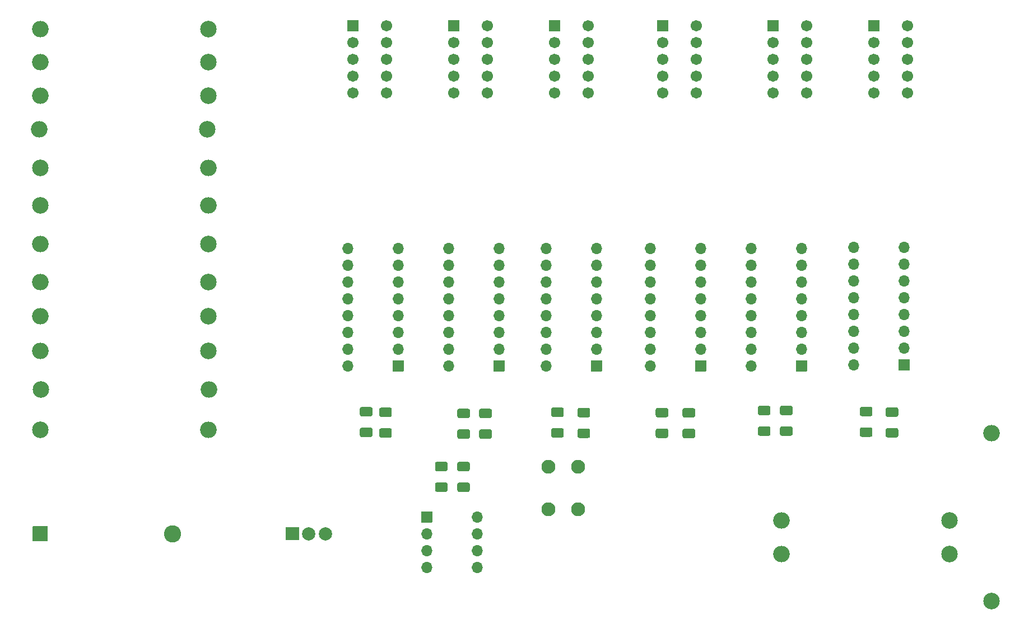
<source format=gts>
%TF.GenerationSoftware,KiCad,Pcbnew,5.1.8+dfsg1-1*%
%TF.CreationDate,2020-11-15T23:58:27-05:00*%
%TF.ProjectId,cap_pcb,6361705f-7063-4622-9e6b-696361645f70,rev?*%
%TF.SameCoordinates,Original*%
%TF.FileFunction,Soldermask,Top*%
%TF.FilePolarity,Negative*%
%FSLAX46Y46*%
G04 Gerber Fmt 4.6, Leading zero omitted, Abs format (unit mm)*
G04 Created by KiCad (PCBNEW 5.1.8+dfsg1-1) date 2020-11-15 23:58:27*
%MOMM*%
%LPD*%
G01*
G04 APERTURE LIST*
%ADD10O,2.501600X2.501600*%
%ADD11C,2.501600*%
%ADD12O,1.701600X1.701600*%
%ADD13C,2.101600*%
%ADD14C,2.601600*%
%ADD15C,2.001600*%
%ADD16C,1.701600*%
G04 APERTURE END LIST*
D10*
%TO.C,R13*%
X81280000Y-32893000D03*
D11*
X106680000Y-32893000D03*
%TD*%
%TO.C,U3*%
G36*
G01*
X136232800Y-83020000D02*
X136232800Y-84620000D01*
G75*
G02*
X136182000Y-84670800I-50800J0D01*
G01*
X134582000Y-84670800D01*
G75*
G02*
X134531200Y-84620000I0J50800D01*
G01*
X134531200Y-83020000D01*
G75*
G02*
X134582000Y-82969200I50800J0D01*
G01*
X136182000Y-82969200D01*
G75*
G02*
X136232800Y-83020000I0J-50800D01*
G01*
G37*
D12*
X127762000Y-66040000D03*
X135382000Y-81280000D03*
X127762000Y-68580000D03*
X135382000Y-78740000D03*
X127762000Y-71120000D03*
X135382000Y-76200000D03*
X127762000Y-73660000D03*
X135382000Y-73660000D03*
X127762000Y-76200000D03*
X135382000Y-71120000D03*
X127762000Y-78740000D03*
X135382000Y-68580000D03*
X127762000Y-81280000D03*
X135382000Y-66040000D03*
X127762000Y-83820000D03*
%TD*%
D13*
%TO.C,SW1*%
X162560000Y-105560000D03*
X158060000Y-105560000D03*
X162560000Y-99060000D03*
X158060000Y-99060000D03*
%TD*%
D10*
%TO.C,R14*%
X225044000Y-93980000D03*
D11*
X225044000Y-119380000D03*
%TD*%
%TO.C,BAT1*%
G36*
G01*
X80144200Y-110305000D02*
X80144200Y-108135000D01*
G75*
G02*
X80195000Y-108084200I50800J0D01*
G01*
X82365000Y-108084200D01*
G75*
G02*
X82415800Y-108135000I0J-50800D01*
G01*
X82415800Y-110305000D01*
G75*
G02*
X82365000Y-110355800I-50800J0D01*
G01*
X80195000Y-110355800D01*
G75*
G02*
X80144200Y-110305000I0J50800D01*
G01*
G37*
D14*
X101280000Y-109220000D03*
%TD*%
%TO.C,C0*%
G36*
G01*
X174578367Y-93305200D02*
X175941633Y-93305200D01*
G75*
G02*
X176210800Y-93574367I0J-269167D01*
G01*
X176210800Y-94462633D01*
G75*
G02*
X175941633Y-94731800I-269167J0D01*
G01*
X174578367Y-94731800D01*
G75*
G02*
X174309200Y-94462633I0J269167D01*
G01*
X174309200Y-93574367D01*
G75*
G02*
X174578367Y-93305200I269167J0D01*
G01*
G37*
G36*
G01*
X174578367Y-90180200D02*
X175941633Y-90180200D01*
G75*
G02*
X176210800Y-90449367I0J-269167D01*
G01*
X176210800Y-91337633D01*
G75*
G02*
X175941633Y-91606800I-269167J0D01*
G01*
X174578367Y-91606800D01*
G75*
G02*
X174309200Y-91337633I0J269167D01*
G01*
X174309200Y-90449367D01*
G75*
G02*
X174578367Y-90180200I269167J0D01*
G01*
G37*
%TD*%
%TO.C,C1*%
G36*
G01*
X178642367Y-90218700D02*
X180005633Y-90218700D01*
G75*
G02*
X180274800Y-90487867I0J-269167D01*
G01*
X180274800Y-91376133D01*
G75*
G02*
X180005633Y-91645300I-269167J0D01*
G01*
X178642367Y-91645300D01*
G75*
G02*
X178373200Y-91376133I0J269167D01*
G01*
X178373200Y-90487867D01*
G75*
G02*
X178642367Y-90218700I269167J0D01*
G01*
G37*
G36*
G01*
X178642367Y-93343700D02*
X180005633Y-93343700D01*
G75*
G02*
X180274800Y-93612867I0J-269167D01*
G01*
X180274800Y-94501133D01*
G75*
G02*
X180005633Y-94770300I-269167J0D01*
G01*
X178642367Y-94770300D01*
G75*
G02*
X178373200Y-94501133I0J269167D01*
G01*
X178373200Y-93612867D01*
G75*
G02*
X178642367Y-93343700I269167J0D01*
G01*
G37*
%TD*%
%TO.C,C2*%
G36*
G01*
X190023366Y-92983201D02*
X191386632Y-92983201D01*
G75*
G02*
X191655799Y-93252368I0J-269167D01*
G01*
X191655799Y-94140634D01*
G75*
G02*
X191386632Y-94409801I-269167J0D01*
G01*
X190023366Y-94409801D01*
G75*
G02*
X189754199Y-94140634I0J269167D01*
G01*
X189754199Y-93252368D01*
G75*
G02*
X190023366Y-92983201I269167J0D01*
G01*
G37*
G36*
G01*
X190023366Y-89858201D02*
X191386632Y-89858201D01*
G75*
G02*
X191655799Y-90127368I0J-269167D01*
G01*
X191655799Y-91015634D01*
G75*
G02*
X191386632Y-91284801I-269167J0D01*
G01*
X190023366Y-91284801D01*
G75*
G02*
X189754199Y-91015634I0J269167D01*
G01*
X189754199Y-90127368D01*
G75*
G02*
X190023366Y-89858201I269167J0D01*
G01*
G37*
%TD*%
%TO.C,C3*%
G36*
G01*
X193373366Y-89858201D02*
X194736632Y-89858201D01*
G75*
G02*
X195005799Y-90127368I0J-269167D01*
G01*
X195005799Y-91015634D01*
G75*
G02*
X194736632Y-91284801I-269167J0D01*
G01*
X193373366Y-91284801D01*
G75*
G02*
X193104199Y-91015634I0J269167D01*
G01*
X193104199Y-90127368D01*
G75*
G02*
X193373366Y-89858201I269167J0D01*
G01*
G37*
G36*
G01*
X193373366Y-92983201D02*
X194736632Y-92983201D01*
G75*
G02*
X195005799Y-93252368I0J-269167D01*
G01*
X195005799Y-94140634D01*
G75*
G02*
X194736632Y-94409801I-269167J0D01*
G01*
X193373366Y-94409801D01*
G75*
G02*
X193104199Y-94140634I0J269167D01*
G01*
X193104199Y-93252368D01*
G75*
G02*
X193373366Y-92983201I269167J0D01*
G01*
G37*
%TD*%
%TO.C,C4*%
G36*
G01*
X205439367Y-93139700D02*
X206802633Y-93139700D01*
G75*
G02*
X207071800Y-93408867I0J-269167D01*
G01*
X207071800Y-94297133D01*
G75*
G02*
X206802633Y-94566300I-269167J0D01*
G01*
X205439367Y-94566300D01*
G75*
G02*
X205170200Y-94297133I0J269167D01*
G01*
X205170200Y-93408867D01*
G75*
G02*
X205439367Y-93139700I269167J0D01*
G01*
G37*
G36*
G01*
X205439367Y-90014700D02*
X206802633Y-90014700D01*
G75*
G02*
X207071800Y-90283867I0J-269167D01*
G01*
X207071800Y-91172133D01*
G75*
G02*
X206802633Y-91441300I-269167J0D01*
G01*
X205439367Y-91441300D01*
G75*
G02*
X205170200Y-91172133I0J269167D01*
G01*
X205170200Y-90283867D01*
G75*
G02*
X205439367Y-90014700I269167J0D01*
G01*
G37*
%TD*%
%TO.C,C5*%
G36*
G01*
X209344366Y-90112201D02*
X210707632Y-90112201D01*
G75*
G02*
X210976799Y-90381368I0J-269167D01*
G01*
X210976799Y-91269634D01*
G75*
G02*
X210707632Y-91538801I-269167J0D01*
G01*
X209344366Y-91538801D01*
G75*
G02*
X209075199Y-91269634I0J269167D01*
G01*
X209075199Y-90381368D01*
G75*
G02*
X209344366Y-90112201I269167J0D01*
G01*
G37*
G36*
G01*
X209344366Y-93237201D02*
X210707632Y-93237201D01*
G75*
G02*
X210976799Y-93506368I0J-269167D01*
G01*
X210976799Y-94394634D01*
G75*
G02*
X210707632Y-94663801I-269167J0D01*
G01*
X209344366Y-94663801D01*
G75*
G02*
X209075199Y-94394634I0J269167D01*
G01*
X209075199Y-93506368D01*
G75*
G02*
X209344366Y-93237201I269167J0D01*
G01*
G37*
%TD*%
%TO.C,C6*%
G36*
G01*
X142598634Y-102898799D02*
X141235368Y-102898799D01*
G75*
G02*
X140966201Y-102629632I0J269167D01*
G01*
X140966201Y-101741366D01*
G75*
G02*
X141235368Y-101472199I269167J0D01*
G01*
X142598634Y-101472199D01*
G75*
G02*
X142867801Y-101741366I0J-269167D01*
G01*
X142867801Y-102629632D01*
G75*
G02*
X142598634Y-102898799I-269167J0D01*
G01*
G37*
G36*
G01*
X142598634Y-99773799D02*
X141235368Y-99773799D01*
G75*
G02*
X140966201Y-99504632I0J269167D01*
G01*
X140966201Y-98616366D01*
G75*
G02*
X141235368Y-98347199I269167J0D01*
G01*
X142598634Y-98347199D01*
G75*
G02*
X142867801Y-98616366I0J-269167D01*
G01*
X142867801Y-99504632D01*
G75*
G02*
X142598634Y-99773799I-269167J0D01*
G01*
G37*
%TD*%
%TO.C,C7*%
G36*
G01*
X145948634Y-99773799D02*
X144585368Y-99773799D01*
G75*
G02*
X144316201Y-99504632I0J269167D01*
G01*
X144316201Y-98616366D01*
G75*
G02*
X144585368Y-98347199I269167J0D01*
G01*
X145948634Y-98347199D01*
G75*
G02*
X146217801Y-98616366I0J-269167D01*
G01*
X146217801Y-99504632D01*
G75*
G02*
X145948634Y-99773799I-269167J0D01*
G01*
G37*
G36*
G01*
X145948634Y-102898799D02*
X144585368Y-102898799D01*
G75*
G02*
X144316201Y-102629632I0J269167D01*
G01*
X144316201Y-101741366D01*
G75*
G02*
X144585368Y-101472199I269167J0D01*
G01*
X145948634Y-101472199D01*
G75*
G02*
X146217801Y-101741366I0J-269167D01*
G01*
X146217801Y-102629632D01*
G75*
G02*
X145948634Y-102898799I-269167J0D01*
G01*
G37*
%TD*%
%TO.C,C8*%
G36*
G01*
X147908367Y-93432200D02*
X149271633Y-93432200D01*
G75*
G02*
X149540800Y-93701367I0J-269167D01*
G01*
X149540800Y-94589633D01*
G75*
G02*
X149271633Y-94858800I-269167J0D01*
G01*
X147908367Y-94858800D01*
G75*
G02*
X147639200Y-94589633I0J269167D01*
G01*
X147639200Y-93701367D01*
G75*
G02*
X147908367Y-93432200I269167J0D01*
G01*
G37*
G36*
G01*
X147908367Y-90307200D02*
X149271633Y-90307200D01*
G75*
G02*
X149540800Y-90576367I0J-269167D01*
G01*
X149540800Y-91464633D01*
G75*
G02*
X149271633Y-91733800I-269167J0D01*
G01*
X147908367Y-91733800D01*
G75*
G02*
X147639200Y-91464633I0J269167D01*
G01*
X147639200Y-90576367D01*
G75*
G02*
X147908367Y-90307200I269167J0D01*
G01*
G37*
%TD*%
%TO.C,C9*%
G36*
G01*
X144606367Y-90307200D02*
X145969633Y-90307200D01*
G75*
G02*
X146238800Y-90576367I0J-269167D01*
G01*
X146238800Y-91464633D01*
G75*
G02*
X145969633Y-91733800I-269167J0D01*
G01*
X144606367Y-91733800D01*
G75*
G02*
X144337200Y-91464633I0J269167D01*
G01*
X144337200Y-90576367D01*
G75*
G02*
X144606367Y-90307200I269167J0D01*
G01*
G37*
G36*
G01*
X144606367Y-93432200D02*
X145969633Y-93432200D01*
G75*
G02*
X146238800Y-93701367I0J-269167D01*
G01*
X146238800Y-94589633D01*
G75*
G02*
X145969633Y-94858800I-269167J0D01*
G01*
X144606367Y-94858800D01*
G75*
G02*
X144337200Y-94589633I0J269167D01*
G01*
X144337200Y-93701367D01*
G75*
G02*
X144606367Y-93432200I269167J0D01*
G01*
G37*
%TD*%
%TO.C,C10*%
G36*
G01*
X162767367Y-93305200D02*
X164130633Y-93305200D01*
G75*
G02*
X164399800Y-93574367I0J-269167D01*
G01*
X164399800Y-94462633D01*
G75*
G02*
X164130633Y-94731800I-269167J0D01*
G01*
X162767367Y-94731800D01*
G75*
G02*
X162498200Y-94462633I0J269167D01*
G01*
X162498200Y-93574367D01*
G75*
G02*
X162767367Y-93305200I269167J0D01*
G01*
G37*
G36*
G01*
X162767367Y-90180200D02*
X164130633Y-90180200D01*
G75*
G02*
X164399800Y-90449367I0J-269167D01*
G01*
X164399800Y-91337633D01*
G75*
G02*
X164130633Y-91606800I-269167J0D01*
G01*
X162767367Y-91606800D01*
G75*
G02*
X162498200Y-91337633I0J269167D01*
G01*
X162498200Y-90449367D01*
G75*
G02*
X162767367Y-90180200I269167J0D01*
G01*
G37*
%TD*%
%TO.C,C11*%
G36*
G01*
X129874367Y-90053200D02*
X131237633Y-90053200D01*
G75*
G02*
X131506800Y-90322367I0J-269167D01*
G01*
X131506800Y-91210633D01*
G75*
G02*
X131237633Y-91479800I-269167J0D01*
G01*
X129874367Y-91479800D01*
G75*
G02*
X129605200Y-91210633I0J269167D01*
G01*
X129605200Y-90322367D01*
G75*
G02*
X129874367Y-90053200I269167J0D01*
G01*
G37*
G36*
G01*
X129874367Y-93178200D02*
X131237633Y-93178200D01*
G75*
G02*
X131506800Y-93447367I0J-269167D01*
G01*
X131506800Y-94335633D01*
G75*
G02*
X131237633Y-94604800I-269167J0D01*
G01*
X129874367Y-94604800D01*
G75*
G02*
X129605200Y-94335633I0J269167D01*
G01*
X129605200Y-93447367D01*
G75*
G02*
X129874367Y-93178200I269167J0D01*
G01*
G37*
%TD*%
%TO.C,C12*%
G36*
G01*
X132795367Y-93266700D02*
X134158633Y-93266700D01*
G75*
G02*
X134427800Y-93535867I0J-269167D01*
G01*
X134427800Y-94424133D01*
G75*
G02*
X134158633Y-94693300I-269167J0D01*
G01*
X132795367Y-94693300D01*
G75*
G02*
X132526200Y-94424133I0J269167D01*
G01*
X132526200Y-93535867D01*
G75*
G02*
X132795367Y-93266700I269167J0D01*
G01*
G37*
G36*
G01*
X132795367Y-90141700D02*
X134158633Y-90141700D01*
G75*
G02*
X134427800Y-90410867I0J-269167D01*
G01*
X134427800Y-91299133D01*
G75*
G02*
X134158633Y-91568300I-269167J0D01*
G01*
X132795367Y-91568300D01*
G75*
G02*
X132526200Y-91299133I0J269167D01*
G01*
X132526200Y-90410867D01*
G75*
G02*
X132795367Y-90141700I269167J0D01*
G01*
G37*
%TD*%
%TO.C,C13*%
G36*
G01*
X158784366Y-90131201D02*
X160147632Y-90131201D01*
G75*
G02*
X160416799Y-90400368I0J-269167D01*
G01*
X160416799Y-91288634D01*
G75*
G02*
X160147632Y-91557801I-269167J0D01*
G01*
X158784366Y-91557801D01*
G75*
G02*
X158515199Y-91288634I0J269167D01*
G01*
X158515199Y-90400368D01*
G75*
G02*
X158784366Y-90131201I269167J0D01*
G01*
G37*
G36*
G01*
X158784366Y-93256201D02*
X160147632Y-93256201D01*
G75*
G02*
X160416799Y-93525368I0J-269167D01*
G01*
X160416799Y-94413634D01*
G75*
G02*
X160147632Y-94682801I-269167J0D01*
G01*
X158784366Y-94682801D01*
G75*
G02*
X158515199Y-94413634I0J269167D01*
G01*
X158515199Y-93525368D01*
G75*
G02*
X158784366Y-93256201I269167J0D01*
G01*
G37*
%TD*%
D10*
%TO.C,R0*%
X193294000Y-107188000D03*
D11*
X218694000Y-107188000D03*
%TD*%
%TO.C,R1*%
X218694000Y-112268000D03*
D10*
X193294000Y-112268000D03*
%TD*%
%TO.C,R2*%
X81280000Y-42926000D03*
D11*
X106680000Y-42926000D03*
%TD*%
%TO.C,R3*%
X106680000Y-76327000D03*
D10*
X81280000Y-76327000D03*
%TD*%
%TO.C,R4*%
X106680000Y-93472000D03*
D11*
X81280000Y-93472000D03*
%TD*%
D10*
%TO.C,R5*%
X106680000Y-59563000D03*
D11*
X81280000Y-59563000D03*
%TD*%
D10*
%TO.C,R6*%
X106807000Y-87376000D03*
D11*
X81407000Y-87376000D03*
%TD*%
%TO.C,R7*%
X81280000Y-53848000D03*
D10*
X106680000Y-53848000D03*
%TD*%
%TO.C,R8*%
X81280000Y-81534000D03*
D11*
X106680000Y-81534000D03*
%TD*%
%TO.C,R9*%
X106553000Y-48006000D03*
D10*
X81153000Y-48006000D03*
%TD*%
%TO.C,R10*%
X81280000Y-71120000D03*
D11*
X106680000Y-71120000D03*
%TD*%
D10*
%TO.C,R11*%
X81280000Y-37846000D03*
D11*
X106680000Y-37846000D03*
%TD*%
D10*
%TO.C,R12*%
X81280000Y-65405000D03*
D11*
X106680000Y-65405000D03*
%TD*%
%TO.C,S1*%
G36*
G01*
X118379200Y-110170000D02*
X118379200Y-108270000D01*
G75*
G02*
X118430000Y-108219200I50800J0D01*
G01*
X120330000Y-108219200D01*
G75*
G02*
X120380800Y-108270000I0J-50800D01*
G01*
X120380800Y-110170000D01*
G75*
G02*
X120330000Y-110220800I-50800J0D01*
G01*
X118430000Y-110220800D01*
G75*
G02*
X118379200Y-110170000I0J50800D01*
G01*
G37*
D15*
X121880000Y-109220000D03*
X124380000Y-109220000D03*
%TD*%
%TO.C,U0*%
G36*
G01*
X138849200Y-107480000D02*
X138849200Y-105880000D01*
G75*
G02*
X138900000Y-105829200I50800J0D01*
G01*
X140500000Y-105829200D01*
G75*
G02*
X140550800Y-105880000I0J-50800D01*
G01*
X140550800Y-107480000D01*
G75*
G02*
X140500000Y-107530800I-50800J0D01*
G01*
X138900000Y-107530800D01*
G75*
G02*
X138849200Y-107480000I0J50800D01*
G01*
G37*
D12*
X147320000Y-114300000D03*
X139700000Y-109220000D03*
X147320000Y-111760000D03*
X139700000Y-111760000D03*
X147320000Y-109220000D03*
X139700000Y-114300000D03*
X147320000Y-106680000D03*
%TD*%
%TO.C,U1*%
G36*
G01*
X181952800Y-83020000D02*
X181952800Y-84620000D01*
G75*
G02*
X181902000Y-84670800I-50800J0D01*
G01*
X180302000Y-84670800D01*
G75*
G02*
X180251200Y-84620000I0J50800D01*
G01*
X180251200Y-83020000D01*
G75*
G02*
X180302000Y-82969200I50800J0D01*
G01*
X181902000Y-82969200D01*
G75*
G02*
X181952800Y-83020000I0J-50800D01*
G01*
G37*
X173482000Y-66040000D03*
X181102000Y-81280000D03*
X173482000Y-68580000D03*
X181102000Y-78740000D03*
X173482000Y-71120000D03*
X181102000Y-76200000D03*
X173482000Y-73660000D03*
X181102000Y-73660000D03*
X173482000Y-76200000D03*
X181102000Y-71120000D03*
X173482000Y-78740000D03*
X181102000Y-68580000D03*
X173482000Y-81280000D03*
X181102000Y-66040000D03*
X173482000Y-83820000D03*
%TD*%
%TO.C,U2*%
G36*
G01*
X174536200Y-33185000D02*
X174536200Y-31585000D01*
G75*
G02*
X174587000Y-31534200I50800J0D01*
G01*
X176187000Y-31534200D01*
G75*
G02*
X176237800Y-31585000I0J-50800D01*
G01*
X176237800Y-33185000D01*
G75*
G02*
X176187000Y-33235800I-50800J0D01*
G01*
X174587000Y-33235800D01*
G75*
G02*
X174536200Y-33185000I0J50800D01*
G01*
G37*
D16*
X175387000Y-34925000D03*
X175387000Y-37465000D03*
X175387000Y-40005000D03*
X175387000Y-42545000D03*
X180467000Y-42545000D03*
X180467000Y-40005000D03*
X180467000Y-37465000D03*
X180467000Y-34925000D03*
X180467000Y-32385000D03*
%TD*%
%TO.C,U4*%
G36*
G01*
X127673200Y-33185000D02*
X127673200Y-31585000D01*
G75*
G02*
X127724000Y-31534200I50800J0D01*
G01*
X129324000Y-31534200D01*
G75*
G02*
X129374800Y-31585000I0J-50800D01*
G01*
X129374800Y-33185000D01*
G75*
G02*
X129324000Y-33235800I-50800J0D01*
G01*
X127724000Y-33235800D01*
G75*
G02*
X127673200Y-33185000I0J50800D01*
G01*
G37*
X128524000Y-34925000D03*
X128524000Y-37465000D03*
X128524000Y-40005000D03*
X128524000Y-42545000D03*
X133604000Y-42545000D03*
X133604000Y-40005000D03*
X133604000Y-37465000D03*
X133604000Y-34925000D03*
X133604000Y-32385000D03*
%TD*%
%TO.C,U5*%
G36*
G01*
X197192800Y-83020000D02*
X197192800Y-84620000D01*
G75*
G02*
X197142000Y-84670800I-50800J0D01*
G01*
X195542000Y-84670800D01*
G75*
G02*
X195491200Y-84620000I0J50800D01*
G01*
X195491200Y-83020000D01*
G75*
G02*
X195542000Y-82969200I50800J0D01*
G01*
X197142000Y-82969200D01*
G75*
G02*
X197192800Y-83020000I0J-50800D01*
G01*
G37*
D12*
X188722000Y-66040000D03*
X196342000Y-81280000D03*
X188722000Y-68580000D03*
X196342000Y-78740000D03*
X188722000Y-71120000D03*
X196342000Y-76200000D03*
X188722000Y-73660000D03*
X196342000Y-73660000D03*
X188722000Y-76200000D03*
X196342000Y-71120000D03*
X188722000Y-78740000D03*
X196342000Y-68580000D03*
X188722000Y-81280000D03*
X196342000Y-66040000D03*
X188722000Y-83820000D03*
%TD*%
D16*
%TO.C,U6*%
X197104000Y-32385000D03*
X197104000Y-34925000D03*
X197104000Y-37465000D03*
X197104000Y-40005000D03*
X197104000Y-42545000D03*
X192024000Y-42545000D03*
X192024000Y-40005000D03*
X192024000Y-37465000D03*
X192024000Y-34925000D03*
G36*
G01*
X191173200Y-33185000D02*
X191173200Y-31585000D01*
G75*
G02*
X191224000Y-31534200I50800J0D01*
G01*
X192824000Y-31534200D01*
G75*
G02*
X192874800Y-31585000I0J-50800D01*
G01*
X192874800Y-33185000D01*
G75*
G02*
X192824000Y-33235800I-50800J0D01*
G01*
X191224000Y-33235800D01*
G75*
G02*
X191173200Y-33185000I0J50800D01*
G01*
G37*
%TD*%
D12*
%TO.C,U7*%
X157734000Y-83820000D03*
X165354000Y-66040000D03*
X157734000Y-81280000D03*
X165354000Y-68580000D03*
X157734000Y-78740000D03*
X165354000Y-71120000D03*
X157734000Y-76200000D03*
X165354000Y-73660000D03*
X157734000Y-73660000D03*
X165354000Y-76200000D03*
X157734000Y-71120000D03*
X165354000Y-78740000D03*
X157734000Y-68580000D03*
X165354000Y-81280000D03*
X157734000Y-66040000D03*
G36*
G01*
X166204800Y-83020000D02*
X166204800Y-84620000D01*
G75*
G02*
X166154000Y-84670800I-50800J0D01*
G01*
X164554000Y-84670800D01*
G75*
G02*
X164503200Y-84620000I0J50800D01*
G01*
X164503200Y-83020000D01*
G75*
G02*
X164554000Y-82969200I50800J0D01*
G01*
X166154000Y-82969200D01*
G75*
G02*
X166204800Y-83020000I0J-50800D01*
G01*
G37*
%TD*%
D16*
%TO.C,U8*%
X164084000Y-32385000D03*
X164084000Y-34925000D03*
X164084000Y-37465000D03*
X164084000Y-40005000D03*
X164084000Y-42545000D03*
X159004000Y-42545000D03*
X159004000Y-40005000D03*
X159004000Y-37465000D03*
X159004000Y-34925000D03*
G36*
G01*
X158153200Y-33185000D02*
X158153200Y-31585000D01*
G75*
G02*
X158204000Y-31534200I50800J0D01*
G01*
X159804000Y-31534200D01*
G75*
G02*
X159854800Y-31585000I0J-50800D01*
G01*
X159854800Y-33185000D01*
G75*
G02*
X159804000Y-33235800I-50800J0D01*
G01*
X158204000Y-33235800D01*
G75*
G02*
X158153200Y-33185000I0J50800D01*
G01*
G37*
%TD*%
D12*
%TO.C,U9*%
X143002000Y-83820000D03*
X150622000Y-66040000D03*
X143002000Y-81280000D03*
X150622000Y-68580000D03*
X143002000Y-78740000D03*
X150622000Y-71120000D03*
X143002000Y-76200000D03*
X150622000Y-73660000D03*
X143002000Y-73660000D03*
X150622000Y-76200000D03*
X143002000Y-71120000D03*
X150622000Y-78740000D03*
X143002000Y-68580000D03*
X150622000Y-81280000D03*
X143002000Y-66040000D03*
G36*
G01*
X151472800Y-83020000D02*
X151472800Y-84620000D01*
G75*
G02*
X151422000Y-84670800I-50800J0D01*
G01*
X149822000Y-84670800D01*
G75*
G02*
X149771200Y-84620000I0J50800D01*
G01*
X149771200Y-83020000D01*
G75*
G02*
X149822000Y-82969200I50800J0D01*
G01*
X151422000Y-82969200D01*
G75*
G02*
X151472800Y-83020000I0J-50800D01*
G01*
G37*
%TD*%
D16*
%TO.C,U10*%
X148844000Y-32385000D03*
X148844000Y-34925000D03*
X148844000Y-37465000D03*
X148844000Y-40005000D03*
X148844000Y-42545000D03*
X143764000Y-42545000D03*
X143764000Y-40005000D03*
X143764000Y-37465000D03*
X143764000Y-34925000D03*
G36*
G01*
X142913200Y-33185000D02*
X142913200Y-31585000D01*
G75*
G02*
X142964000Y-31534200I50800J0D01*
G01*
X144564000Y-31534200D01*
G75*
G02*
X144614800Y-31585000I0J-50800D01*
G01*
X144614800Y-33185000D01*
G75*
G02*
X144564000Y-33235800I-50800J0D01*
G01*
X142964000Y-33235800D01*
G75*
G02*
X142913200Y-33185000I0J50800D01*
G01*
G37*
%TD*%
%TO.C,U11*%
G36*
G01*
X206413200Y-33185000D02*
X206413200Y-31585000D01*
G75*
G02*
X206464000Y-31534200I50800J0D01*
G01*
X208064000Y-31534200D01*
G75*
G02*
X208114800Y-31585000I0J-50800D01*
G01*
X208114800Y-33185000D01*
G75*
G02*
X208064000Y-33235800I-50800J0D01*
G01*
X206464000Y-33235800D01*
G75*
G02*
X206413200Y-33185000I0J50800D01*
G01*
G37*
X207264000Y-34925000D03*
X207264000Y-37465000D03*
X207264000Y-40005000D03*
X207264000Y-42545000D03*
X212344000Y-42545000D03*
X212344000Y-40005000D03*
X212344000Y-37465000D03*
X212344000Y-34925000D03*
X212344000Y-32385000D03*
%TD*%
D12*
%TO.C,U12*%
X204216000Y-83693000D03*
X211836000Y-65913000D03*
X204216000Y-81153000D03*
X211836000Y-68453000D03*
X204216000Y-78613000D03*
X211836000Y-70993000D03*
X204216000Y-76073000D03*
X211836000Y-73533000D03*
X204216000Y-73533000D03*
X211836000Y-76073000D03*
X204216000Y-70993000D03*
X211836000Y-78613000D03*
X204216000Y-68453000D03*
X211836000Y-81153000D03*
X204216000Y-65913000D03*
G36*
G01*
X212686800Y-82893000D02*
X212686800Y-84493000D01*
G75*
G02*
X212636000Y-84543800I-50800J0D01*
G01*
X211036000Y-84543800D01*
G75*
G02*
X210985200Y-84493000I0J50800D01*
G01*
X210985200Y-82893000D01*
G75*
G02*
X211036000Y-82842200I50800J0D01*
G01*
X212636000Y-82842200D01*
G75*
G02*
X212686800Y-82893000I0J-50800D01*
G01*
G37*
%TD*%
M02*

</source>
